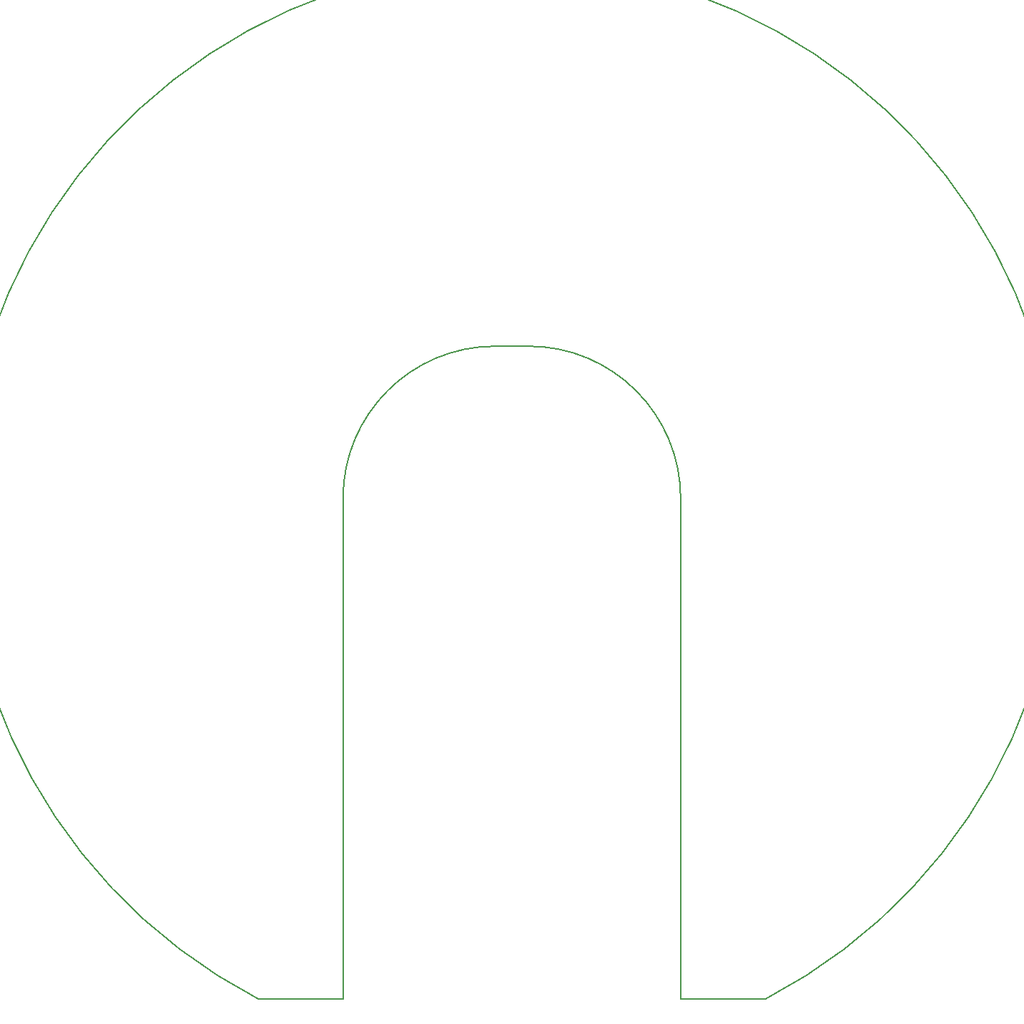
<source format=gko>
G04 DesignSpark PCB Gerber Version 12.0 Build 5942*
%FSLAX35Y35*%
%MOIN*%
%ADD11C,0.00500*%
X0Y0D02*
D02*
D11*
X138281Y1746D02*
G75*
G02*
X374502I118110J227023D01*
G01*
X335132D01*
Y220841D01*
X335033D01*
Y235211D01*
G75*
G03*
X264167Y306077I-70866J0D01*
G01*
X248518D01*
G75*
G03*
X177652Y235211I0J-70866D01*
G01*
Y1746D01*
X138281D01*
X0Y0D02*
M02*

</source>
